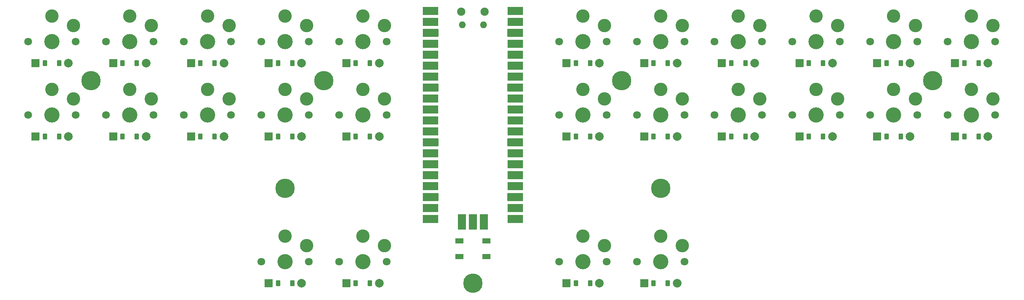
<source format=gbr>
%TF.GenerationSoftware,KiCad,Pcbnew,9.0.0*%
%TF.CreationDate,2025-03-09T18:38:06+01:00*%
%TF.ProjectId,pcb,7063622e-6b69-4636-9164-5f7063625858,v1.0.0*%
%TF.SameCoordinates,Original*%
%TF.FileFunction,Soldermask,Top*%
%TF.FilePolarity,Negative*%
%FSLAX46Y46*%
G04 Gerber Fmt 4.6, Leading zero omitted, Abs format (unit mm)*
G04 Created by KiCad (PCBNEW 9.0.0) date 2025-03-09 18:38:06*
%MOMM*%
%LPD*%
G01*
G04 APERTURE LIST*
G04 Aperture macros list*
%AMRoundRect*
0 Rectangle with rounded corners*
0 $1 Rounding radius*
0 $2 $3 $4 $5 $6 $7 $8 $9 X,Y pos of 4 corners*
0 Add a 4 corners polygon primitive as box body*
4,1,4,$2,$3,$4,$5,$6,$7,$8,$9,$2,$3,0*
0 Add four circle primitives for the rounded corners*
1,1,$1+$1,$2,$3*
1,1,$1+$1,$4,$5*
1,1,$1+$1,$6,$7*
1,1,$1+$1,$8,$9*
0 Add four rect primitives between the rounded corners*
20,1,$1+$1,$2,$3,$4,$5,0*
20,1,$1+$1,$4,$5,$6,$7,0*
20,1,$1+$1,$6,$7,$8,$9,0*
20,1,$1+$1,$8,$9,$2,$3,0*%
G04 Aperture macros list end*
%ADD10RoundRect,0.050000X0.900000X0.550000X-0.900000X0.550000X-0.900000X-0.550000X0.900000X-0.550000X0*%
%ADD11C,1.801800*%
%ADD12C,3.100000*%
%ADD13C,3.529000*%
%ADD14RoundRect,0.050000X-0.889000X-0.889000X0.889000X-0.889000X0.889000X0.889000X-0.889000X0.889000X0*%
%ADD15RoundRect,0.050000X-0.450000X-0.600000X0.450000X-0.600000X0.450000X0.600000X-0.450000X0.600000X0*%
%ADD16C,2.005000*%
%ADD17C,0.800000*%
%ADD18C,4.500000*%
%ADD19O,1.900000X1.900000*%
%ADD20O,1.600000X1.600000*%
%ADD21O,1.800000X1.800000*%
%ADD22RoundRect,0.050000X-1.750000X-0.850000X1.750000X-0.850000X1.750000X0.850000X-1.750000X0.850000X0*%
%ADD23RoundRect,0.050000X-0.850000X-0.850000X0.850000X-0.850000X0.850000X0.850000X-0.850000X0.850000X0*%
%ADD24RoundRect,0.050000X0.850000X-1.750000X0.850000X1.750000X-0.850000X1.750000X-0.850000X-1.750000X0*%
G04 APERTURE END LIST*
D10*
%TO.C,B1*%
X200600000Y-132850000D03*
X194400000Y-132850000D03*
X200600000Y-129150000D03*
X194400000Y-129150000D03*
%TD*%
D11*
%TO.C,S25*%
X217500000Y-134000000D03*
D12*
X223000000Y-128050000D03*
D13*
X223000000Y-134000000D03*
D12*
X228000000Y-130250000D03*
D11*
X228500000Y-134000000D03*
%TD*%
%TO.C,S12*%
X217500000Y-83000000D03*
D12*
X223000000Y-77050000D03*
D13*
X223000000Y-83000000D03*
D12*
X228000000Y-79250000D03*
D11*
X228500000Y-83000000D03*
%TD*%
%TO.C,S24*%
X166500000Y-134000000D03*
D12*
X172000000Y-128050000D03*
D13*
X172000000Y-134000000D03*
D12*
X177000000Y-130250000D03*
D11*
X177500000Y-134000000D03*
%TD*%
%TO.C,S8*%
X148500000Y-83000000D03*
D12*
X154000000Y-77050000D03*
D13*
X154000000Y-83000000D03*
D12*
X159000000Y-79250000D03*
D11*
X159500000Y-83000000D03*
%TD*%
D14*
%TO.C,D7*%
X150190000Y-105000000D03*
D15*
X152350000Y-105000000D03*
X155650000Y-105000000D03*
D16*
X157810000Y-105000000D03*
%TD*%
D17*
%TO.C,_8*%
X195850000Y-139000000D03*
X196333274Y-137833274D03*
X196333274Y-140166726D03*
X197500000Y-137350000D03*
D18*
X197500000Y-139000000D03*
D17*
X197500000Y-140650000D03*
X198666726Y-137833274D03*
X198666726Y-140166726D03*
X199150000Y-139000000D03*
%TD*%
D14*
%TO.C,D14*%
X237190000Y-88000000D03*
D15*
X239350000Y-88000000D03*
X242650000Y-88000000D03*
D16*
X244810000Y-88000000D03*
%TD*%
D14*
%TO.C,D18*%
X273190000Y-88000000D03*
D15*
X275350000Y-88000000D03*
X278650000Y-88000000D03*
D16*
X280810000Y-88000000D03*
%TD*%
D11*
%TO.C,S4*%
X112500000Y-83000000D03*
D12*
X118000000Y-77050000D03*
D13*
X118000000Y-83000000D03*
D12*
X123000000Y-79250000D03*
D11*
X123500000Y-83000000D03*
%TD*%
D14*
%TO.C,D3*%
X114190000Y-105000000D03*
D15*
X116350000Y-105000000D03*
X119650000Y-105000000D03*
D16*
X121810000Y-105000000D03*
%TD*%
D11*
%TO.C,S16*%
X253500000Y-83000000D03*
D12*
X259000000Y-77050000D03*
D13*
X259000000Y-83000000D03*
D12*
X264000000Y-79250000D03*
D11*
X264500000Y-83000000D03*
%TD*%
%TO.C,S14*%
X235500000Y-83000000D03*
D12*
X241000000Y-77050000D03*
D13*
X241000000Y-83000000D03*
D12*
X246000000Y-79250000D03*
D11*
X246500000Y-83000000D03*
%TD*%
D14*
%TO.C,D6*%
X132190000Y-88000000D03*
D15*
X134350000Y-88000000D03*
X137650000Y-88000000D03*
D16*
X139810000Y-88000000D03*
%TD*%
D11*
%TO.C,S17*%
X271500000Y-100000000D03*
D12*
X277000000Y-94050000D03*
D13*
X277000000Y-100000000D03*
D12*
X282000000Y-96250000D03*
D11*
X282500000Y-100000000D03*
%TD*%
D14*
%TO.C,D23*%
X150190000Y-139000000D03*
D15*
X152350000Y-139000000D03*
X155650000Y-139000000D03*
D16*
X157810000Y-139000000D03*
%TD*%
D14*
%TO.C,D17*%
X273190000Y-105000000D03*
D15*
X275350000Y-105000000D03*
X278650000Y-105000000D03*
D16*
X280810000Y-105000000D03*
%TD*%
D11*
%TO.C,S20*%
X289500000Y-83000000D03*
D12*
X295000000Y-77050000D03*
D13*
X295000000Y-83000000D03*
D12*
X300000000Y-79250000D03*
D11*
X300500000Y-83000000D03*
%TD*%
D14*
%TO.C,D2*%
X96190000Y-88000000D03*
D15*
X98350000Y-88000000D03*
X101650000Y-88000000D03*
D16*
X103810000Y-88000000D03*
%TD*%
D17*
%TO.C,_2*%
X107350000Y-92000000D03*
X107833274Y-90833274D03*
X107833274Y-93166726D03*
X109000000Y-90350000D03*
D18*
X109000000Y-92000000D03*
D17*
X109000000Y-93650000D03*
X110166726Y-90833274D03*
X110166726Y-93166726D03*
X110650000Y-92000000D03*
%TD*%
D14*
%TO.C,D16*%
X255190000Y-88000000D03*
D15*
X257350000Y-88000000D03*
X260650000Y-88000000D03*
D16*
X262810000Y-88000000D03*
%TD*%
D14*
%TO.C,D11*%
X219190000Y-105000000D03*
D15*
X221350000Y-105000000D03*
X224650000Y-105000000D03*
D16*
X226810000Y-105000000D03*
%TD*%
D17*
%TO.C,_6*%
X152350000Y-117000000D03*
X152833274Y-115833274D03*
X152833274Y-118166726D03*
X154000000Y-115350000D03*
D18*
X154000000Y-117000000D03*
D17*
X154000000Y-118650000D03*
X155166726Y-115833274D03*
X155166726Y-118166726D03*
X155650000Y-117000000D03*
%TD*%
D11*
%TO.C,S1*%
X94500000Y-100000000D03*
D12*
X100000000Y-94050000D03*
D13*
X100000000Y-100000000D03*
D12*
X105000000Y-96250000D03*
D11*
X105500000Y-100000000D03*
%TD*%
%TO.C,S19*%
X289500000Y-100000000D03*
D12*
X295000000Y-94050000D03*
D13*
X295000000Y-100000000D03*
D12*
X300000000Y-96250000D03*
D11*
X300500000Y-100000000D03*
%TD*%
D14*
%TO.C,D25*%
X219190000Y-139000000D03*
D15*
X221350000Y-139000000D03*
X224650000Y-139000000D03*
D16*
X226810000Y-139000000D03*
%TD*%
D14*
%TO.C,D21*%
X309190000Y-105000000D03*
D15*
X311350000Y-105000000D03*
X314650000Y-105000000D03*
D16*
X316810000Y-105000000D03*
%TD*%
D11*
%TO.C,S22*%
X307500000Y-83000000D03*
D12*
X313000000Y-77050000D03*
D13*
X313000000Y-83000000D03*
D12*
X318000000Y-79250000D03*
D11*
X318500000Y-83000000D03*
%TD*%
D19*
%TO.C,_1*%
X194775000Y-76000000D03*
D20*
X195075000Y-79030000D03*
X199925000Y-79030000D03*
D19*
X200225000Y-76000000D03*
D21*
X188610000Y-75870000D03*
D22*
X187710000Y-75870000D03*
D21*
X188610000Y-78410000D03*
D22*
X187710000Y-78410000D03*
D23*
X188610000Y-80950000D03*
D22*
X187710000Y-80950000D03*
D21*
X188610000Y-83490000D03*
D22*
X187710000Y-83490000D03*
D21*
X188610000Y-86030000D03*
D22*
X187710000Y-86030000D03*
D21*
X188610000Y-88570000D03*
D22*
X187710000Y-88570000D03*
D21*
X188610000Y-91110000D03*
D22*
X187710000Y-91110000D03*
D23*
X188610000Y-93650000D03*
D22*
X187710000Y-93650000D03*
D21*
X188610000Y-96190000D03*
D22*
X187710000Y-96190000D03*
D21*
X188610000Y-98730000D03*
D22*
X187710000Y-98730000D03*
D21*
X188610000Y-101270000D03*
D22*
X187710000Y-101270000D03*
D21*
X188610000Y-103810000D03*
D22*
X187710000Y-103810000D03*
D23*
X188610000Y-106350000D03*
D22*
X187710000Y-106350000D03*
D21*
X188610000Y-108890000D03*
D22*
X187710000Y-108890000D03*
D21*
X188610000Y-111430000D03*
D22*
X187710000Y-111430000D03*
D21*
X188610000Y-113970000D03*
D22*
X187710000Y-113970000D03*
D21*
X188610000Y-116510000D03*
D22*
X187710000Y-116510000D03*
D23*
X188610000Y-119050000D03*
D22*
X187710000Y-119050000D03*
D21*
X188610000Y-121590000D03*
D22*
X187710000Y-121590000D03*
D21*
X188610000Y-124130000D03*
D22*
X187710000Y-124130000D03*
D21*
X206390000Y-124130000D03*
D22*
X207290000Y-124130000D03*
D21*
X206390000Y-121590000D03*
D22*
X207290000Y-121590000D03*
D23*
X206390000Y-119050000D03*
D22*
X207290000Y-119050000D03*
D21*
X206390000Y-116510000D03*
D22*
X207290000Y-116510000D03*
D21*
X206390000Y-113970000D03*
D22*
X207290000Y-113970000D03*
D21*
X206390000Y-111430000D03*
D22*
X207290000Y-111430000D03*
D21*
X206390000Y-108890000D03*
D22*
X207290000Y-108890000D03*
D23*
X206390000Y-106350000D03*
D22*
X207290000Y-106350000D03*
D21*
X206390000Y-103810000D03*
D22*
X207290000Y-103810000D03*
D21*
X206390000Y-101270000D03*
D22*
X207290000Y-101270000D03*
D21*
X206390000Y-98730000D03*
D22*
X207290000Y-98730000D03*
D21*
X206390000Y-96190000D03*
D22*
X207290000Y-96190000D03*
D23*
X206390000Y-93650000D03*
D22*
X207290000Y-93650000D03*
D21*
X206390000Y-91110000D03*
D22*
X207290000Y-91110000D03*
D21*
X206390000Y-88570000D03*
D22*
X207290000Y-88570000D03*
D21*
X206390000Y-86030000D03*
D22*
X207290000Y-86030000D03*
D21*
X206390000Y-83490000D03*
D22*
X207290000Y-83490000D03*
D23*
X206390000Y-80950000D03*
D22*
X207290000Y-80950000D03*
D21*
X206390000Y-78410000D03*
D22*
X207290000Y-78410000D03*
D21*
X206390000Y-75870000D03*
D22*
X207290000Y-75870000D03*
D21*
X194960000Y-123900000D03*
D24*
X194960000Y-124800000D03*
D23*
X197500000Y-123900000D03*
D24*
X197500000Y-124800000D03*
D21*
X200040000Y-123900000D03*
D24*
X200040000Y-124800000D03*
%TD*%
D11*
%TO.C,S13*%
X235500000Y-100000000D03*
D12*
X241000000Y-94050000D03*
D13*
X241000000Y-100000000D03*
D12*
X246000000Y-96250000D03*
D11*
X246500000Y-100000000D03*
%TD*%
%TO.C,S15*%
X253500000Y-100000000D03*
D12*
X259000000Y-94050000D03*
D13*
X259000000Y-100000000D03*
D12*
X264000000Y-96250000D03*
D11*
X264500000Y-100000000D03*
%TD*%
D17*
%TO.C,_4*%
X230350000Y-92000000D03*
X230833274Y-90833274D03*
X230833274Y-93166726D03*
X232000000Y-90350000D03*
D18*
X232000000Y-92000000D03*
D17*
X232000000Y-93650000D03*
X233166726Y-90833274D03*
X233166726Y-93166726D03*
X233650000Y-92000000D03*
%TD*%
D11*
%TO.C,S10*%
X166500000Y-83000000D03*
D12*
X172000000Y-77050000D03*
D13*
X172000000Y-83000000D03*
D12*
X177000000Y-79250000D03*
D11*
X177500000Y-83000000D03*
%TD*%
D14*
%TO.C,D26*%
X237190000Y-139000000D03*
D15*
X239350000Y-139000000D03*
X242650000Y-139000000D03*
D16*
X244810000Y-139000000D03*
%TD*%
D14*
%TO.C,D22*%
X309190000Y-88000000D03*
D15*
X311350000Y-88000000D03*
X314650000Y-88000000D03*
D16*
X316810000Y-88000000D03*
%TD*%
D14*
%TO.C,D9*%
X168190000Y-105000000D03*
D15*
X170350000Y-105000000D03*
X173650000Y-105000000D03*
D16*
X175810000Y-105000000D03*
%TD*%
D14*
%TO.C,D10*%
X168190000Y-88000000D03*
D15*
X170350000Y-88000000D03*
X173650000Y-88000000D03*
D16*
X175810000Y-88000000D03*
%TD*%
D14*
%TO.C,D20*%
X291190000Y-88000000D03*
D15*
X293350000Y-88000000D03*
X296650000Y-88000000D03*
D16*
X298810000Y-88000000D03*
%TD*%
D14*
%TO.C,D13*%
X237190000Y-105000000D03*
D15*
X239350000Y-105000000D03*
X242650000Y-105000000D03*
D16*
X244810000Y-105000000D03*
%TD*%
D14*
%TO.C,D5*%
X132190000Y-105000000D03*
D15*
X134350000Y-105000000D03*
X137650000Y-105000000D03*
D16*
X139810000Y-105000000D03*
%TD*%
D14*
%TO.C,D4*%
X114190000Y-88000000D03*
D15*
X116350000Y-88000000D03*
X119650000Y-88000000D03*
D16*
X121810000Y-88000000D03*
%TD*%
D14*
%TO.C,D24*%
X168190000Y-139000000D03*
D15*
X170350000Y-139000000D03*
X173650000Y-139000000D03*
D16*
X175810000Y-139000000D03*
%TD*%
D17*
%TO.C,_3*%
X161350000Y-92000000D03*
X161833274Y-90833274D03*
X161833274Y-93166726D03*
X163000000Y-90350000D03*
D18*
X163000000Y-92000000D03*
D17*
X163000000Y-93650000D03*
X164166726Y-90833274D03*
X164166726Y-93166726D03*
X164650000Y-92000000D03*
%TD*%
D14*
%TO.C,D12*%
X219190000Y-88000000D03*
D15*
X221350000Y-88000000D03*
X224650000Y-88000000D03*
D16*
X226810000Y-88000000D03*
%TD*%
D11*
%TO.C,S5*%
X130500000Y-100000000D03*
D12*
X136000000Y-94050000D03*
D13*
X136000000Y-100000000D03*
D12*
X141000000Y-96250000D03*
D11*
X141500000Y-100000000D03*
%TD*%
%TO.C,S7*%
X148500000Y-100000000D03*
D12*
X154000000Y-94050000D03*
D13*
X154000000Y-100000000D03*
D12*
X159000000Y-96250000D03*
D11*
X159500000Y-100000000D03*
%TD*%
%TO.C,S26*%
X235500000Y-134000000D03*
D12*
X241000000Y-128050000D03*
D13*
X241000000Y-134000000D03*
D12*
X246000000Y-130250000D03*
D11*
X246500000Y-134000000D03*
%TD*%
%TO.C,S9*%
X166500000Y-100000000D03*
D12*
X172000000Y-94050000D03*
D13*
X172000000Y-100000000D03*
D12*
X177000000Y-96250000D03*
D11*
X177500000Y-100000000D03*
%TD*%
D14*
%TO.C,D19*%
X291190000Y-105000000D03*
D15*
X293350000Y-105000000D03*
X296650000Y-105000000D03*
D16*
X298810000Y-105000000D03*
%TD*%
D11*
%TO.C,S23*%
X148500000Y-134000000D03*
D12*
X154000000Y-128050000D03*
D13*
X154000000Y-134000000D03*
D12*
X159000000Y-130250000D03*
D11*
X159500000Y-134000000D03*
%TD*%
%TO.C,S21*%
X307500000Y-100000000D03*
D12*
X313000000Y-94050000D03*
D13*
X313000000Y-100000000D03*
D12*
X318000000Y-96250000D03*
D11*
X318500000Y-100000000D03*
%TD*%
D14*
%TO.C,D8*%
X150190000Y-88000000D03*
D15*
X152350000Y-88000000D03*
X155650000Y-88000000D03*
D16*
X157810000Y-88000000D03*
%TD*%
D11*
%TO.C,S6*%
X130500000Y-83000000D03*
D12*
X136000000Y-77050000D03*
D13*
X136000000Y-83000000D03*
D12*
X141000000Y-79250000D03*
D11*
X141500000Y-83000000D03*
%TD*%
D14*
%TO.C,D1*%
X96190000Y-105000000D03*
D15*
X98350000Y-105000000D03*
X101650000Y-105000000D03*
D16*
X103810000Y-105000000D03*
%TD*%
D11*
%TO.C,S18*%
X271500000Y-83000000D03*
D12*
X277000000Y-77050000D03*
D13*
X277000000Y-83000000D03*
D12*
X282000000Y-79250000D03*
D11*
X282500000Y-83000000D03*
%TD*%
%TO.C,S2*%
X94500000Y-83000000D03*
D12*
X100000000Y-77050000D03*
D13*
X100000000Y-83000000D03*
D12*
X105000000Y-79250000D03*
D11*
X105500000Y-83000000D03*
%TD*%
D14*
%TO.C,D15*%
X255190000Y-105000000D03*
D15*
X257350000Y-105000000D03*
X260650000Y-105000000D03*
D16*
X262810000Y-105000000D03*
%TD*%
D11*
%TO.C,S11*%
X217500000Y-100000000D03*
D12*
X223000000Y-94050000D03*
D13*
X223000000Y-100000000D03*
D12*
X228000000Y-96250000D03*
D11*
X228500000Y-100000000D03*
%TD*%
D17*
%TO.C,_5*%
X302350000Y-92000000D03*
X302833274Y-90833274D03*
X302833274Y-93166726D03*
X304000000Y-90350000D03*
D18*
X304000000Y-92000000D03*
D17*
X304000000Y-93650000D03*
X305166726Y-90833274D03*
X305166726Y-93166726D03*
X305650000Y-92000000D03*
%TD*%
%TO.C,_7*%
X239350000Y-117000000D03*
X239833274Y-115833274D03*
X239833274Y-118166726D03*
X241000000Y-115350000D03*
D18*
X241000000Y-117000000D03*
D17*
X241000000Y-118650000D03*
X242166726Y-115833274D03*
X242166726Y-118166726D03*
X242650000Y-117000000D03*
%TD*%
D11*
%TO.C,S3*%
X112500000Y-100000000D03*
D12*
X118000000Y-94050000D03*
D13*
X118000000Y-100000000D03*
D12*
X123000000Y-96250000D03*
D11*
X123500000Y-100000000D03*
%TD*%
M02*

</source>
